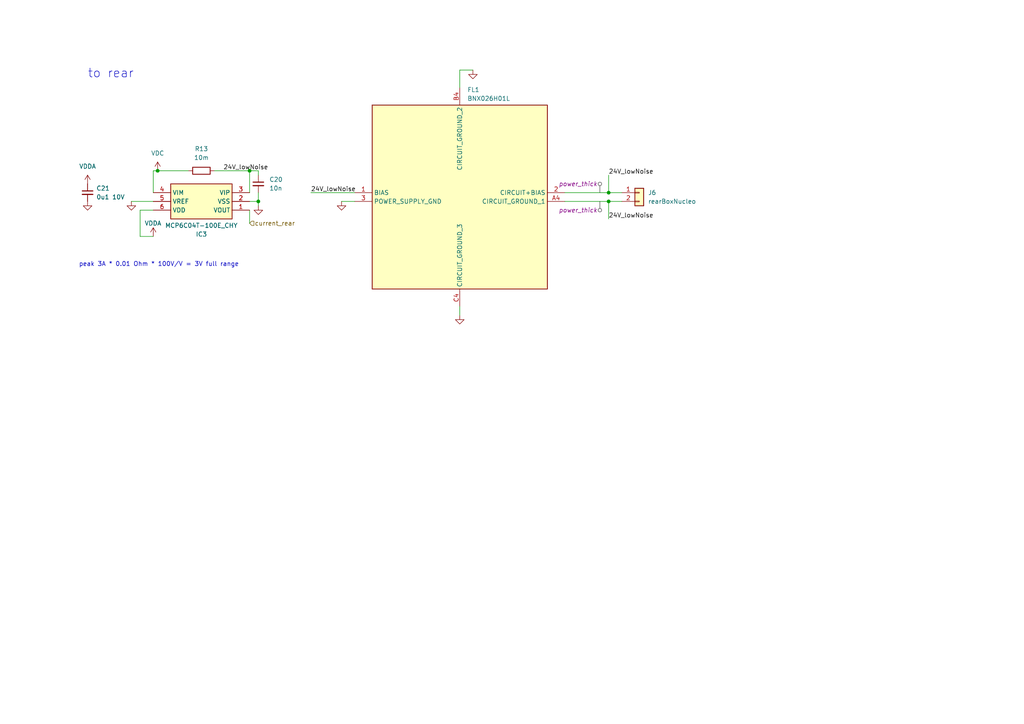
<source format=kicad_sch>
(kicad_sch (version 20231120) (generator "eeschema") (generator_version "8.0")
  (paper "A4")
  (title_block (title "EP5 rearbox powerboard") (date "2024-06-27") (rev "2.0") (company "NTURacing") (comment 1 "郭哲明") (comment 2 "Electrical group"))
  (lib_symbols
    (symbol "Connector_Generic:Conn_01x02" (pin_names (offset 1.016) hide)
      (property "Reference" "J" (at 0 2.54 0))
      (property "Value" "Conn_01x02" (at 0 -5.08 0))
      (symbol "Conn_01x02_1_1"
        (rectangle (start -1.27 -2.413) (end 0 -2.667) (stroke (width 0.1524)))
        (rectangle (start -1.27 0.127) (end 0 -0.127) (stroke (width 0.1524)))
        (rectangle (start -1.27 1.27) (end 1.27 -3.81) (stroke (width 0.254)) (fill (type background)))
        (pin passive line (at -5.08 0 0) (length 3.81) (name "Pin_1") (number "1"))
        (pin passive line (at -5.08 -2.54 0) (length 3.81) (name "Pin_2") (number "2"))
      )
    )
    (symbol "Device:C_Small" (pin_numbers hide) (pin_names (offset 0.254) hide)
      (property "Reference" "C" (at 0.254 1.778 0))
      (property "Value" "C_Small" (at 0.254 -2.032 0))
      (symbol "C_Small_0_1"
        (polyline (pts (xy -1.524 -0.508) (xy 1.524 -0.508)) (stroke (width 0.3302)))
        (polyline (pts (xy -1.524 0.508) (xy 1.524 0.508)) (stroke (width 0.3048)))
      )
      (symbol "C_Small_1_1"
        (pin passive line (at 0 2.54 270) (length 2.032) (name "~") (number "1"))
        (pin passive line (at 0 -2.54 90) (length 2.032) (name "~") (number "2"))
      )
    )
    (symbol "Device:R" (pin_numbers hide) (pin_names (offset 0))
      (property "Reference" "R" (at 2.032 0 90))
      (property "Value" "R" (at 0 0 90))
      (symbol "R_0_1"
        (rectangle (start -1.016 -2.54) (end 1.016 2.54) (stroke (width 0.254)))
      )
      (symbol "R_1_1"
        (pin passive line (at 0 3.81 270) (length 1.27) (name "~") (number "1"))
        (pin passive line (at 0 -3.81 90) (length 1.27) (name "~") (number "2"))
      )
    )
    (symbol "SamacSys_Parts:BNX026H01L"
      (property "Reference" "FL" (at 57.15 30.48 0))
      (property "Value" "BNX026H01L" (at 57.15 27.94 0))
      (symbol "BNX026H01L_1_1"
        (rectangle (start 5.08 25.4) (end 55.88 -27.94) (stroke (width 0.254)) (fill (type background)))
        (pin passive line (at 0 0 0) (length 5.08) (name "BIAS") (number "1"))
        (pin passive line (at 60.96 0 180) (length 5.08) (name "CIRCUIT+BIAS") (number "2"))
        (pin passive line (at 0 -2.54 0) (length 5.08) (name "POWER_SUPPLY_GND") (number "3"))
        (pin passive line (at 60.96 -2.54 180) (length 5.08) (name "CIRCUIT_GROUND_1") (number "A4"))
        (pin passive line (at 30.48 30.48 270) (length 5.08) (name "CIRCUIT_GROUND_2") (number "B4"))
        (pin passive line (at 30.48 -33.02 90) (length 5.08) (name "CIRCUIT_GROUND_3") (number "C4"))
      )
    )
    (symbol "SamacSys_Parts:MCP6C04T-100E_CHY"
      (property "Reference" "IC" (at 24.13 7.62 0))
      (property "Value" "MCP6C04T-100E_CHY" (at 24.13 5.08 0))
      (symbol "MCP6C04T-100E_CHY_1_1"
        (rectangle (start 5.08 2.54) (end 22.86 -7.62) (stroke (width 0.254)) (fill (type background)))
        (pin passive line (at 0 0 0) (length 5.08) (name "VOUT") (number "1"))
        (pin passive line (at 0 -2.54 0) (length 5.08) (name "VSS") (number "2"))
        (pin passive line (at 0 -5.08 0) (length 5.08) (name "VIP") (number "3"))
        (pin passive line (at 27.94 -5.08 180) (length 5.08) (name "VIM") (number "4"))
        (pin passive line (at 27.94 -2.54 180) (length 5.08) (name "VREF") (number "5"))
        (pin passive line (at 27.94 0 180) (length 5.08) (name "VDD") (number "6"))
      )
    )
    (symbol "power:GND" (power) (pin_names (offset 0))
      (property "Value" "GND" (at 0 -3.81 0))
      (symbol "GND_0_1"
        (polyline (pts (xy 0 0) (xy 0 -1.27) (xy 1.27 -1.27) (xy 0 -2.54) (xy -1.27 -1.27) (xy 0 -1.27)))
      )
      (symbol "GND_1_1"
        (pin power_in line (at 0 0 270) (length 0) hide (name "GND") (number "1"))
      )
    )
    (symbol "power:VDC" (power) (pin_names (offset 0))
      (property "Value" "VDC" (at 0 6.35 0))
      (symbol "VDC_0_1"
        (polyline (pts (xy -0.762 1.27) (xy 0 2.54)))
        (polyline (pts (xy 0 0) (xy 0 2.54)))
        (polyline (pts (xy 0 2.54) (xy 0.762 1.27)))
      )
      (symbol "VDC_1_1"
        (pin power_in line (at 0 0 90) (length 0) hide (name "VDC") (number "1"))
      )
    )
    (symbol "power:VDDA" (power) (pin_names (offset 0))
      (property "Value" "VDDA" (at 0 3.81 0))
      (symbol "VDDA_0_1"
        (polyline (pts (xy -0.762 1.27) (xy 0 2.54)))
        (polyline (pts (xy 0 0) (xy 0 2.54)))
        (polyline (pts (xy 0 2.54) (xy 0.762 1.27)))
      )
      (symbol "VDDA_1_1"
        (pin power_in line (at 0 0 90) (length 0) hide (name "VDDA") (number "1"))
      )
    )
  )
  (junction (at 176.53 58.42))
  (junction (at 72.39 49.53))
  (junction (at 74.93 58.42))
  (junction (at 45.72 49.53))
  (junction (at 176.53 55.88))
  (wire (pts (xy 176.53 50.8) (xy 176.53 55.88)))
  (wire (pts (xy 40.64 60.96) (xy 44.45 60.96)))
  (wire (pts (xy 90.17 55.88) (xy 102.87 55.88)))
  (wire (pts (xy 137.16 20.32) (xy 133.35 20.32)))
  (wire (pts (xy 74.93 59.69) (xy 74.93 58.42)))
  (wire (pts (xy 176.53 63.5) (xy 176.53 58.42)))
  (wire (pts (xy 40.64 68.58) (xy 40.64 60.96)))
  (wire (pts (xy 74.93 55.88) (xy 74.93 58.42)))
  (wire (pts (xy 62.23 49.53) (xy 72.39 49.53)))
  (wire (pts (xy 176.53 55.88) (xy 180.34 55.88)))
  (wire (pts (xy 40.64 68.58) (xy 44.45 68.58)))
  (wire (pts (xy 38.1 58.42) (xy 44.45 58.42)))
  (wire (pts (xy 45.72 49.53) (xy 44.45 49.53)))
  (wire (pts (xy 72.39 60.96) (xy 72.39 64.77)))
  (wire (pts (xy 133.35 20.32) (xy 133.35 25.4)))
  (wire (pts (xy 72.39 58.42) (xy 74.93 58.42)))
  (wire (pts (xy 133.35 91.44) (xy 133.35 88.9)))
  (wire (pts (xy 45.72 49.53) (xy 54.61 49.53)))
  (wire (pts (xy 163.83 58.42) (xy 176.53 58.42)))
  (wire (pts (xy 72.39 49.53) (xy 74.93 49.53)))
  (wire (pts (xy 99.06 58.42) (xy 102.87 58.42)))
  (wire (pts (xy 44.45 49.53) (xy 44.45 55.88)))
  (wire (pts (xy 163.83 55.88) (xy 176.53 55.88)))
  (wire (pts (xy 176.53 58.42) (xy 180.34 58.42)))
  (wire (pts (xy 74.93 49.53) (xy 74.93 50.8)))
  (wire (pts (xy 72.39 49.53) (xy 72.39 55.88)))
  (text "peak 3A * 0.01 Ohm * 100V/V = 3V full range" (at 22.86 77.47 0) (effects (font (size 1.27 1.27)) (justify left bottom)))
  (text "to rear\n" (at 25.4 22.86 0) (effects (font (size 2.54 2.54)) (justify left bottom)))
  (label "24V_lowNoise" (at 64.77 49.53 0))
  (label "24V_lowNoise" (at 176.53 63.5 0))
  (label "24V_lowNoise" (at 90.17 55.88 0))
  (label "24V_lowNoise" (at 176.53 50.8 0))
  (hierarchical_label "current_rear" (shape input) (at 72.39 64.77 0))
  (netclass_flag "" (length 2.54) (shape round) (at 173.99 55.88 0) (property "Netclass" "power_thick" (at 173.2915 53.34 0) (effects (font (italic yes)) (justify right))))
  (netclass_flag "" (length 2.54) (shape round) (at 173.99 58.42 180) (property "Netclass" "power_thick" (at 173.2915 60.96 0) (effects (font (italic yes)) (justify right))))
  (symbol (lib_id "power:GND") (at 38.1 58.42 0) (unit 1)
    (property "Reference" "#PWR066" (effects (hide yes)))
    (property "Value" "GND" (effects (hide yes)))
  )
  (symbol (lib_id "power:GND") (at 25.4 58.42 0) (unit 1)
    (property "Reference" "#PWR065" (effects (hide yes)))
    (property "Value" "GND" (effects (hide yes)))
  )
  (symbol (lib_id "Device:R") (at 58.42 49.53 90) (unit 1)
    (property "Reference" "R13" (at 58.42 43.18 90))
    (property "Value" "10m" (at 58.42 45.72 90))
    (property "Footprint" "Resistor_SMD:R_0805_2012Metric" (effects (hide yes)))
  )
  (symbol (lib_id "Device:C_Small") (at 74.93 53.34 0) (unit 1)
    (property "Reference" "C20" (at 78.105 52.07 0) (effects (justify left)))
    (property "Value" "10n" (at 78.105 54.61 0) (effects (justify left)))
    (property "Footprint" "Capacitor_SMD:C_0805_2012Metric" (effects (hide yes)))
  )
  (symbol (lib_id "SamacSys_Parts:MCP6C04T-100E_CHY") (at 72.39 60.96 180) (unit 1)
    (property "Reference" "IC3" (at 58.42 67.945 0))
    (property "Value" "MCP6C04T-100E_CHY" (at 58.42 65.405 0))
    (property "Footprint" "SamacSys_Parts:SOT95P280X145-6N" (effects (hide yes)))
    (property "Height" "1.45" (effects (hide yes)))
    (property "Mouser Part Number" "579-MCP6C04T100ECHY" (effects (hide yes)))
    (property "Mouser Price/Stock" "https://www.mouser.co.uk/ProductDetail/Microchip-Technology/MCP6C04T-100E-CHY?qs=3HJ2avRr9PJRQkbNv3EK6Q%3D%3D" (effects (hide yes)))
    (property "Manufacturer_Name" "Microchip" (effects (hide yes)))
    (property "Manufacturer_Part_Number" "MCP6C04T-100E/CHY" (effects (hide yes)))
  )
  (symbol (lib_id "power:GND") (at 137.16 20.32 0) (mirror y) (unit 1)
    (property "Reference" "#PWR062" (effects (hide yes)))
    (property "Value" "GND" (effects (hide yes)))
  )
  (symbol (lib_id "power:VDDA") (at 25.4 53.34 0) (unit 1)
    (property "Reference" "#PWR064" (effects (hide yes)))
    (property "Value" "VDDA" (at 25.4 48.26 0))
  )
  (symbol (lib_id "power:VDDA") (at 44.45 68.58 0) (unit 1)
    (property "Reference" "#PWR069" (effects (hide yes)))
    (property "Value" "VDDA" (at 41.91 64.77 0) (effects (justify left)))
  )
  (symbol (lib_id "power:VDC") (at 45.72 49.53 0) (unit 1)
    (property "Reference" "#PWR063" (effects (hide yes)))
    (property "Value" "VDC" (at 45.72 44.45 0))
  )
  (symbol (lib_id "Device:C_Small") (at 25.4 55.88 0) (unit 1)
    (property "Reference" "C21" (at 27.94 54.6163 0) (effects (justify left)))
    (property "Value" "0u1 10V" (at 27.94 57.1563 0) (effects (justify left)))
    (property "Footprint" "Capacitor_SMD:C_0805_2012Metric" (effects (hide yes)))
  )
  (symbol (lib_id "power:GND") (at 74.93 59.69 0) (unit 1)
    (property "Reference" "#PWR068" (effects (hide yes)))
    (property "Value" "GND" (effects (hide yes)))
  )
  (symbol (lib_id "power:GND") (at 99.06 58.42 0) (mirror y) (unit 1)
    (property "Reference" "#PWR067" (effects (hide yes)))
    (property "Value" "GND" (effects (hide yes)))
  )
  (symbol (lib_id "power:GND") (at 133.35 91.44 0) (mirror y) (unit 1)
    (property "Reference" "#PWR070" (effects (hide yes)))
    (property "Value" "GND" (effects (hide yes)))
  )
  (symbol (lib_id "SamacSys_Parts:BNX026H01L") (at 102.87 55.88 0) (unit 1)
    (property "Reference" "FL1" (at 135.5441 26.035 0) (effects (justify left)))
    (property "Value" "BNX026H01L" (at 135.5441 28.575 0) (effects (justify left)))
    (property "Footprint" "SamacSys_Parts:BNX024H01K" (effects (hide yes)))
    (property "Datasheet" "https://www.murata.com/en-us/products/productdetail?partno=BNX026H01%23" (effects (hide yes)))
    (property "Height" "3.7" (effects (hide yes)))
    (property "Mouser Part Number" "81-BNX026H01L" (effects (hide yes)))
    (property "Mouser Price/Stock" "https://www.mouser.co.uk/ProductDetail/Murata-Electronics/BNX026H01L?qs=zU3EaVYbc3y78A%2FfsSIPhQ%3D%3D" (effects (hide yes)))
    (property "Manufacturer_Name" "Murata Electronics" (effects (hide yes)))
    (property "Manufacturer_Part_Number" "BNX026H01L" (effects (hide yes)))
  )
  (symbol (lib_id "Connector_Generic:Conn_01x02") (at 185.42 55.88 0) (unit 1)
    (property "Reference" "J6" (at 187.96 55.88 0) (effects (justify left)))
    (property "Value" "rearBoxNucleo" (at 187.96 58.42 0) (effects (justify left)))
    (property "Footprint" "Connector_JST:JST_XH_B2B-XH-A_1x02_P2.50mm_Vertical" (effects (hide yes)))
    (instances (project "rearbox_nucleo_1" (path "" (reference "J6") (unit 1)) (path "" (reference "J6") (unit 1))) (project "power board" (path "" (reference "J14") (unit 1))))
  )
)
</source>
